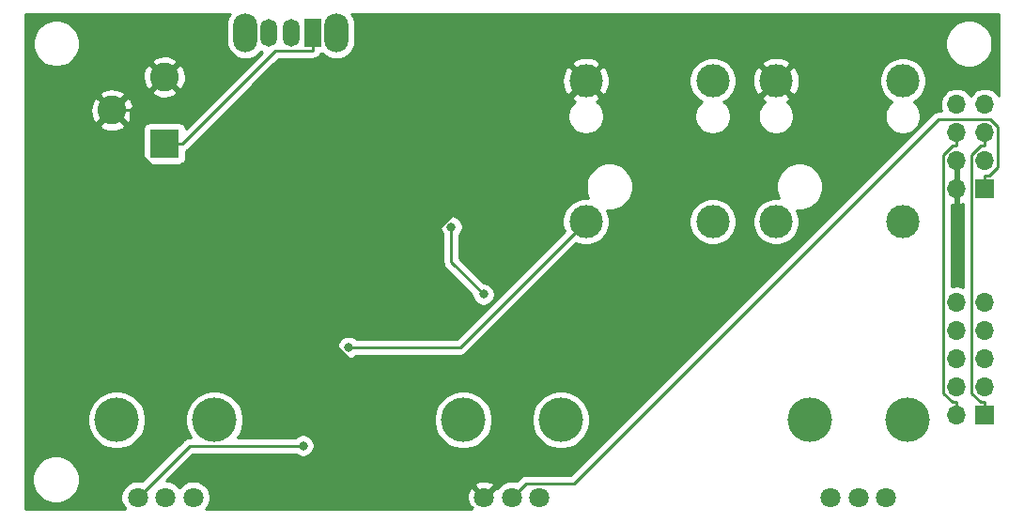
<source format=gbl>
G04 #@! TF.GenerationSoftware,KiCad,Pcbnew,(5.1.4)-1*
G04 #@! TF.CreationDate,2020-06-09T23:55:30+02:00*
G04 #@! TF.ProjectId,talkbox,74616c6b-626f-4782-9e6b-696361645f70,1.0*
G04 #@! TF.SameCoordinates,Original*
G04 #@! TF.FileFunction,Copper,L2,Bot*
G04 #@! TF.FilePolarity,Positive*
%FSLAX46Y46*%
G04 Gerber Fmt 4.6, Leading zero omitted, Abs format (unit mm)*
G04 Created by KiCad (PCBNEW (5.1.4)-1) date 2020-06-09 23:55:30*
%MOMM*%
%LPD*%
G04 APERTURE LIST*
%ADD10C,2.600000*%
%ADD11R,2.600000X2.600000*%
%ADD12O,1.700000X1.700000*%
%ADD13R,1.700000X1.700000*%
%ADD14C,3.000000*%
%ADD15C,4.000000*%
%ADD16C,1.800000*%
%ADD17O,2.200000X3.500000*%
%ADD18O,1.500000X2.500000*%
%ADD19R,1.500000X2.500000*%
%ADD20C,0.800000*%
%ADD21C,0.250000*%
%ADD22C,0.254000*%
G04 APERTURE END LIST*
D10*
X92035900Y-83360000D03*
X96735900Y-80360000D03*
D11*
X96735900Y-86360000D03*
D12*
X168135000Y-100686000D03*
X170675000Y-100686000D03*
X168135000Y-103226000D03*
X170675000Y-103226000D03*
X168135000Y-105766000D03*
X170675000Y-105766000D03*
X168135000Y-108306000D03*
X170675000Y-108306000D03*
X168135000Y-110846000D03*
D13*
X170675000Y-110846000D03*
D14*
X163284000Y-93395800D03*
X163284000Y-80695800D03*
X151854000Y-80695800D03*
X151854000Y-93395800D03*
D12*
X168135000Y-82829400D03*
X170675000Y-82829400D03*
X168135000Y-85369400D03*
X170675000Y-85369400D03*
X168135000Y-87909400D03*
X170675000Y-87909400D03*
X168135000Y-90449400D03*
D13*
X170675000Y-90449400D03*
D15*
X101239400Y-111275000D03*
X92439400Y-111275000D03*
D16*
X99339400Y-118275000D03*
X96839400Y-118275000D03*
X94339400Y-118275000D03*
D15*
X132462000Y-111275000D03*
X123662000Y-111275000D03*
D16*
X130562000Y-118275000D03*
X128062000Y-118275000D03*
X125562000Y-118275000D03*
D15*
X163685000Y-111275000D03*
X154885000Y-111275000D03*
D16*
X161785000Y-118275000D03*
X159285000Y-118275000D03*
X156785000Y-118275000D03*
D17*
X104034000Y-76377800D03*
X112234000Y-76377800D03*
D18*
X106134000Y-76377800D03*
X108134000Y-76377800D03*
D19*
X110134000Y-76377800D03*
D14*
X146152000Y-93395800D03*
X146152000Y-80695800D03*
X134722000Y-80695800D03*
X134722000Y-93395800D03*
D20*
X122602600Y-93878200D03*
X125501900Y-99946900D03*
X113343200Y-104727400D03*
X109234100Y-113606400D03*
X111754100Y-102273300D03*
X116662100Y-108143000D03*
D21*
X125501900Y-99946900D02*
X122602600Y-97047600D01*
X122602600Y-97047600D02*
X122602600Y-93878200D01*
X134722000Y-93395800D02*
X123390400Y-104727400D01*
X123390400Y-104727400D02*
X113343200Y-104727400D01*
X94339400Y-118275000D02*
X99008000Y-113606400D01*
X99008000Y-113606400D02*
X109234100Y-113606400D01*
X168135000Y-110846000D02*
X168135000Y-109670700D01*
X168135000Y-85369400D02*
X168135000Y-86544700D01*
X168135000Y-86544700D02*
X167767700Y-86544700D01*
X167767700Y-86544700D02*
X166959700Y-87352700D01*
X166959700Y-87352700D02*
X166959700Y-108862800D01*
X166959700Y-108862800D02*
X167767600Y-109670700D01*
X167767600Y-109670700D02*
X168135000Y-109670700D01*
X170675000Y-110846000D02*
X170675000Y-109670700D01*
X170675000Y-85369400D02*
X170675000Y-86544700D01*
X170675000Y-86544700D02*
X170307700Y-86544700D01*
X170307700Y-86544700D02*
X169499700Y-87352700D01*
X169499700Y-87352700D02*
X169499700Y-108862800D01*
X169499700Y-108862800D02*
X170307600Y-109670700D01*
X170307600Y-109670700D02*
X170675000Y-109670700D01*
X170675000Y-90449400D02*
X170675000Y-89274100D01*
X128062000Y-118275000D02*
X129340900Y-116996100D01*
X129340900Y-116996100D02*
X133673500Y-116996100D01*
X133673500Y-116996100D02*
X166508700Y-84160900D01*
X166508700Y-84160900D02*
X171130800Y-84160900D01*
X171130800Y-84160900D02*
X171850300Y-84880400D01*
X171850300Y-84880400D02*
X171850300Y-88466200D01*
X171850300Y-88466200D02*
X171042400Y-89274100D01*
X171042400Y-89274100D02*
X170675000Y-89274100D01*
X96735900Y-86360000D02*
X98361200Y-86360000D01*
X110134000Y-76377800D02*
X110134000Y-77953100D01*
X110134000Y-77953100D02*
X106768100Y-77953100D01*
X106768100Y-77953100D02*
X98361200Y-86360000D01*
X111754100Y-102273300D02*
X109575900Y-102273300D01*
X109575900Y-102273300D02*
X93735900Y-86433300D01*
X93735900Y-86433300D02*
X93735900Y-83360000D01*
X93735900Y-83360000D02*
X96735900Y-80360000D01*
X92035900Y-83360000D02*
X93735900Y-83360000D01*
X111754100Y-102273300D02*
X111754100Y-104164000D01*
X111754100Y-104164000D02*
X115733100Y-108143000D01*
X115733100Y-108143000D02*
X116662100Y-108143000D01*
X134722000Y-80695800D02*
X113144500Y-102273300D01*
X113144500Y-102273300D02*
X111754100Y-102273300D01*
X116662100Y-108143000D02*
X116662100Y-109375100D01*
X116662100Y-109375100D02*
X125562000Y-118275000D01*
X168135000Y-90449400D02*
X168135000Y-87909400D01*
D22*
G36*
X102584422Y-74759222D02*
G01*
X102423315Y-75060632D01*
X102324105Y-75387681D01*
X102299000Y-75642575D01*
X102299000Y-77113024D01*
X102324105Y-77367918D01*
X102423314Y-77694967D01*
X102584421Y-77996377D01*
X102801234Y-78260566D01*
X103065422Y-78477379D01*
X103366832Y-78638486D01*
X103693881Y-78737695D01*
X104034000Y-78771194D01*
X104374118Y-78737695D01*
X104701167Y-78638486D01*
X105002577Y-78477379D01*
X105266766Y-78260566D01*
X105424139Y-78068806D01*
X105524140Y-78122258D01*
X98666120Y-84980279D01*
X98661712Y-84935518D01*
X98625402Y-84815820D01*
X98566437Y-84705506D01*
X98487085Y-84608815D01*
X98390394Y-84529463D01*
X98280080Y-84470498D01*
X98160382Y-84434188D01*
X98035900Y-84421928D01*
X95435900Y-84421928D01*
X95311418Y-84434188D01*
X95191720Y-84470498D01*
X95081406Y-84529463D01*
X94984715Y-84608815D01*
X94905363Y-84705506D01*
X94846398Y-84815820D01*
X94810088Y-84935518D01*
X94797828Y-85060000D01*
X94797828Y-87660000D01*
X94810088Y-87784482D01*
X94846398Y-87904180D01*
X94905363Y-88014494D01*
X94984715Y-88111185D01*
X95081406Y-88190537D01*
X95191720Y-88249502D01*
X95311418Y-88285812D01*
X95435900Y-88298072D01*
X98035900Y-88298072D01*
X98160382Y-88285812D01*
X98280080Y-88249502D01*
X98390394Y-88190537D01*
X98487085Y-88111185D01*
X98566437Y-88014494D01*
X98625402Y-87904180D01*
X98661712Y-87784482D01*
X98673972Y-87660000D01*
X98673972Y-87054575D01*
X98785476Y-86994974D01*
X98901201Y-86900001D01*
X98925004Y-86870997D01*
X102061234Y-83734767D01*
X133087000Y-83734767D01*
X133087000Y-84056833D01*
X133149832Y-84372712D01*
X133273082Y-84670263D01*
X133452013Y-84938052D01*
X133679748Y-85165787D01*
X133947537Y-85344718D01*
X134245088Y-85467968D01*
X134560967Y-85530800D01*
X134883033Y-85530800D01*
X135198912Y-85467968D01*
X135496463Y-85344718D01*
X135764252Y-85165787D01*
X135991987Y-84938052D01*
X136170918Y-84670263D01*
X136294168Y-84372712D01*
X136357000Y-84056833D01*
X136357000Y-83734767D01*
X136294168Y-83418888D01*
X136170918Y-83121337D01*
X135991987Y-82853548D01*
X135764252Y-82625813D01*
X135712717Y-82591379D01*
X135878038Y-82503014D01*
X136034048Y-82187453D01*
X134722000Y-80875405D01*
X133409952Y-82187453D01*
X133565962Y-82503014D01*
X133734849Y-82588996D01*
X133679748Y-82625813D01*
X133452013Y-82853548D01*
X133273082Y-83121337D01*
X133149832Y-83418888D01*
X133087000Y-83734767D01*
X102061234Y-83734767D01*
X105057377Y-80738624D01*
X132577098Y-80738624D01*
X132626666Y-81156251D01*
X132756757Y-81556183D01*
X132914786Y-81851838D01*
X133230347Y-82007848D01*
X134542395Y-80695800D01*
X134901605Y-80695800D01*
X136213653Y-82007848D01*
X136529214Y-81851838D01*
X136720020Y-81477055D01*
X136834044Y-81072249D01*
X136866902Y-80652976D01*
X136847027Y-80485521D01*
X144017000Y-80485521D01*
X144017000Y-80906079D01*
X144099047Y-81318556D01*
X144259988Y-81707102D01*
X144493637Y-82056783D01*
X144791017Y-82354163D01*
X145140698Y-82587812D01*
X145156700Y-82594440D01*
X145109748Y-82625813D01*
X144882013Y-82853548D01*
X144703082Y-83121337D01*
X144579832Y-83418888D01*
X144517000Y-83734767D01*
X144517000Y-84056833D01*
X144579832Y-84372712D01*
X144703082Y-84670263D01*
X144882013Y-84938052D01*
X145109748Y-85165787D01*
X145377537Y-85344718D01*
X145675088Y-85467968D01*
X145990967Y-85530800D01*
X146313033Y-85530800D01*
X146628912Y-85467968D01*
X146926463Y-85344718D01*
X147194252Y-85165787D01*
X147421987Y-84938052D01*
X147600918Y-84670263D01*
X147724168Y-84372712D01*
X147787000Y-84056833D01*
X147787000Y-83734767D01*
X150219000Y-83734767D01*
X150219000Y-84056833D01*
X150281832Y-84372712D01*
X150405082Y-84670263D01*
X150584013Y-84938052D01*
X150811748Y-85165787D01*
X151079537Y-85344718D01*
X151377088Y-85467968D01*
X151692967Y-85530800D01*
X152015033Y-85530800D01*
X152330912Y-85467968D01*
X152628463Y-85344718D01*
X152896252Y-85165787D01*
X153123987Y-84938052D01*
X153302918Y-84670263D01*
X153426168Y-84372712D01*
X153489000Y-84056833D01*
X153489000Y-83734767D01*
X153426168Y-83418888D01*
X153302918Y-83121337D01*
X153123987Y-82853548D01*
X152896252Y-82625813D01*
X152844717Y-82591379D01*
X153010038Y-82503014D01*
X153166048Y-82187453D01*
X151854000Y-80875405D01*
X150541952Y-82187453D01*
X150697962Y-82503014D01*
X150866849Y-82588996D01*
X150811748Y-82625813D01*
X150584013Y-82853548D01*
X150405082Y-83121337D01*
X150281832Y-83418888D01*
X150219000Y-83734767D01*
X147787000Y-83734767D01*
X147724168Y-83418888D01*
X147600918Y-83121337D01*
X147421987Y-82853548D01*
X147194252Y-82625813D01*
X147147300Y-82594440D01*
X147163302Y-82587812D01*
X147512983Y-82354163D01*
X147810363Y-82056783D01*
X148044012Y-81707102D01*
X148204953Y-81318556D01*
X148287000Y-80906079D01*
X148287000Y-80738624D01*
X149709098Y-80738624D01*
X149758666Y-81156251D01*
X149888757Y-81556183D01*
X150046786Y-81851838D01*
X150362347Y-82007848D01*
X151674395Y-80695800D01*
X152033605Y-80695800D01*
X153345653Y-82007848D01*
X153661214Y-81851838D01*
X153852020Y-81477055D01*
X153966044Y-81072249D01*
X153998902Y-80652976D01*
X153979027Y-80485521D01*
X161149000Y-80485521D01*
X161149000Y-80906079D01*
X161231047Y-81318556D01*
X161391988Y-81707102D01*
X161625637Y-82056783D01*
X161923017Y-82354163D01*
X162272698Y-82587812D01*
X162288700Y-82594440D01*
X162241748Y-82625813D01*
X162014013Y-82853548D01*
X161835082Y-83121337D01*
X161711832Y-83418888D01*
X161649000Y-83734767D01*
X161649000Y-84056833D01*
X161711832Y-84372712D01*
X161835082Y-84670263D01*
X162014013Y-84938052D01*
X162241748Y-85165787D01*
X162509537Y-85344718D01*
X162807088Y-85467968D01*
X163122967Y-85530800D01*
X163445033Y-85530800D01*
X163760912Y-85467968D01*
X164058463Y-85344718D01*
X164326252Y-85165787D01*
X164553987Y-84938052D01*
X164732918Y-84670263D01*
X164856168Y-84372712D01*
X164919000Y-84056833D01*
X164919000Y-83734767D01*
X164856168Y-83418888D01*
X164732918Y-83121337D01*
X164553987Y-82853548D01*
X164326252Y-82625813D01*
X164279300Y-82594440D01*
X164295302Y-82587812D01*
X164644983Y-82354163D01*
X164942363Y-82056783D01*
X165176012Y-81707102D01*
X165336953Y-81318556D01*
X165419000Y-80906079D01*
X165419000Y-80485521D01*
X165336953Y-80073044D01*
X165176012Y-79684498D01*
X164942363Y-79334817D01*
X164644983Y-79037437D01*
X164295302Y-78803788D01*
X163906756Y-78642847D01*
X163494279Y-78560800D01*
X163073721Y-78560800D01*
X162661244Y-78642847D01*
X162272698Y-78803788D01*
X161923017Y-79037437D01*
X161625637Y-79334817D01*
X161391988Y-79684498D01*
X161231047Y-80073044D01*
X161149000Y-80485521D01*
X153979027Y-80485521D01*
X153949334Y-80235349D01*
X153819243Y-79835417D01*
X153661214Y-79539762D01*
X153345653Y-79383752D01*
X152033605Y-80695800D01*
X151674395Y-80695800D01*
X150362347Y-79383752D01*
X150046786Y-79539762D01*
X149855980Y-79914545D01*
X149741956Y-80319351D01*
X149709098Y-80738624D01*
X148287000Y-80738624D01*
X148287000Y-80485521D01*
X148204953Y-80073044D01*
X148044012Y-79684498D01*
X147810363Y-79334817D01*
X147679693Y-79204147D01*
X150541952Y-79204147D01*
X151854000Y-80516195D01*
X153166048Y-79204147D01*
X153010038Y-78888586D01*
X152635255Y-78697780D01*
X152230449Y-78583756D01*
X151811176Y-78550898D01*
X151393549Y-78600466D01*
X150993617Y-78730557D01*
X150697962Y-78888586D01*
X150541952Y-79204147D01*
X147679693Y-79204147D01*
X147512983Y-79037437D01*
X147163302Y-78803788D01*
X146774756Y-78642847D01*
X146362279Y-78560800D01*
X145941721Y-78560800D01*
X145529244Y-78642847D01*
X145140698Y-78803788D01*
X144791017Y-79037437D01*
X144493637Y-79334817D01*
X144259988Y-79684498D01*
X144099047Y-80073044D01*
X144017000Y-80485521D01*
X136847027Y-80485521D01*
X136817334Y-80235349D01*
X136687243Y-79835417D01*
X136529214Y-79539762D01*
X136213653Y-79383752D01*
X134901605Y-80695800D01*
X134542395Y-80695800D01*
X133230347Y-79383752D01*
X132914786Y-79539762D01*
X132723980Y-79914545D01*
X132609956Y-80319351D01*
X132577098Y-80738624D01*
X105057377Y-80738624D01*
X106591854Y-79204147D01*
X133409952Y-79204147D01*
X134722000Y-80516195D01*
X136034048Y-79204147D01*
X135878038Y-78888586D01*
X135503255Y-78697780D01*
X135098449Y-78583756D01*
X134679176Y-78550898D01*
X134261549Y-78600466D01*
X133861617Y-78730557D01*
X133565962Y-78888586D01*
X133409952Y-79204147D01*
X106591854Y-79204147D01*
X107082902Y-78713100D01*
X110096667Y-78713100D01*
X110134000Y-78716777D01*
X110282986Y-78702103D01*
X110426247Y-78658646D01*
X110558276Y-78588074D01*
X110674001Y-78493101D01*
X110768974Y-78377376D01*
X110828575Y-78265872D01*
X110884000Y-78265872D01*
X110996496Y-78254792D01*
X111001234Y-78260566D01*
X111265422Y-78477379D01*
X111566832Y-78638486D01*
X111893881Y-78737695D01*
X112234000Y-78771194D01*
X112574118Y-78737695D01*
X112901167Y-78638486D01*
X113202577Y-78477379D01*
X113466766Y-78260566D01*
X113683579Y-77996378D01*
X113844686Y-77694968D01*
X113943895Y-77367919D01*
X113965809Y-77145421D01*
X167105000Y-77145421D01*
X167105000Y-77565979D01*
X167187047Y-77978456D01*
X167347988Y-78367002D01*
X167581637Y-78716683D01*
X167879017Y-79014063D01*
X168228698Y-79247712D01*
X168617244Y-79408653D01*
X169029721Y-79490700D01*
X169450279Y-79490700D01*
X169862756Y-79408653D01*
X170251302Y-79247712D01*
X170600983Y-79014063D01*
X170898363Y-78716683D01*
X171132012Y-78367002D01*
X171292953Y-77978456D01*
X171375000Y-77565979D01*
X171375000Y-77145421D01*
X171292953Y-76732944D01*
X171132012Y-76344398D01*
X170898363Y-75994717D01*
X170600983Y-75697337D01*
X170251302Y-75463688D01*
X169862756Y-75302747D01*
X169450279Y-75220700D01*
X169029721Y-75220700D01*
X168617244Y-75302747D01*
X168228698Y-75463688D01*
X167879017Y-75697337D01*
X167581637Y-75994717D01*
X167347988Y-76344398D01*
X167187047Y-76732944D01*
X167105000Y-77145421D01*
X113965809Y-77145421D01*
X113969000Y-77113025D01*
X113969000Y-75642575D01*
X113943895Y-75387681D01*
X113844686Y-75060632D01*
X113683579Y-74759222D01*
X113594107Y-74650200D01*
X171933000Y-74650200D01*
X171933000Y-82032741D01*
X171915706Y-82000386D01*
X171730134Y-81774266D01*
X171504014Y-81588694D01*
X171246034Y-81450801D01*
X170966111Y-81365887D01*
X170747950Y-81344400D01*
X170602050Y-81344400D01*
X170383889Y-81365887D01*
X170103966Y-81450801D01*
X169845986Y-81588694D01*
X169619866Y-81774266D01*
X169434294Y-82000386D01*
X169405000Y-82055191D01*
X169375706Y-82000386D01*
X169190134Y-81774266D01*
X168964014Y-81588694D01*
X168706034Y-81450801D01*
X168426111Y-81365887D01*
X168207950Y-81344400D01*
X168062050Y-81344400D01*
X167843889Y-81365887D01*
X167563966Y-81450801D01*
X167305986Y-81588694D01*
X167079866Y-81774266D01*
X166894294Y-82000386D01*
X166756401Y-82258366D01*
X166671487Y-82538289D01*
X166642815Y-82829400D01*
X166671487Y-83120511D01*
X166756401Y-83400434D01*
X166756650Y-83400900D01*
X166546022Y-83400900D01*
X166508699Y-83397224D01*
X166471376Y-83400900D01*
X166471367Y-83400900D01*
X166359714Y-83411897D01*
X166216453Y-83455354D01*
X166084424Y-83525926D01*
X165968699Y-83620899D01*
X165944901Y-83649897D01*
X133358699Y-116236100D01*
X129378225Y-116236100D01*
X129340900Y-116232424D01*
X129303575Y-116236100D01*
X129303567Y-116236100D01*
X129191914Y-116247097D01*
X129048653Y-116290554D01*
X128916624Y-116361126D01*
X128800899Y-116456099D01*
X128777101Y-116485097D01*
X128470930Y-116791269D01*
X128213184Y-116740000D01*
X127910816Y-116740000D01*
X127614257Y-116798989D01*
X127334905Y-116914701D01*
X127083495Y-117082688D01*
X126869688Y-117296495D01*
X126774262Y-117439310D01*
X126626080Y-117390525D01*
X125741605Y-118275000D01*
X125755748Y-118289143D01*
X125576143Y-118468748D01*
X125562000Y-118454605D01*
X125547858Y-118468748D01*
X125368253Y-118289143D01*
X125382395Y-118275000D01*
X124497920Y-117390525D01*
X124243739Y-117474208D01*
X124112842Y-117746775D01*
X124037635Y-118039642D01*
X124021009Y-118341553D01*
X124063603Y-118640907D01*
X124163778Y-118926199D01*
X124243739Y-119075792D01*
X124497918Y-119159474D01*
X124381970Y-119275422D01*
X124436148Y-119329600D01*
X100455617Y-119329600D01*
X100531712Y-119253505D01*
X100699699Y-119002095D01*
X100815411Y-118722743D01*
X100874400Y-118426184D01*
X100874400Y-118123816D01*
X100815411Y-117827257D01*
X100699699Y-117547905D01*
X100531712Y-117296495D01*
X100446137Y-117210920D01*
X124677525Y-117210920D01*
X125562000Y-118095395D01*
X126446475Y-117210920D01*
X126362792Y-116956739D01*
X126090225Y-116825842D01*
X125797358Y-116750635D01*
X125495447Y-116734009D01*
X125196093Y-116776603D01*
X124910801Y-116876778D01*
X124761208Y-116956739D01*
X124677525Y-117210920D01*
X100446137Y-117210920D01*
X100317905Y-117082688D01*
X100066495Y-116914701D01*
X99787143Y-116798989D01*
X99490584Y-116740000D01*
X99188216Y-116740000D01*
X98891657Y-116798989D01*
X98612305Y-116914701D01*
X98360895Y-117082688D01*
X98147088Y-117296495D01*
X98089400Y-117382831D01*
X98031712Y-117296495D01*
X97817905Y-117082688D01*
X97566495Y-116914701D01*
X97287143Y-116798989D01*
X96990584Y-116740000D01*
X96949202Y-116740000D01*
X99322803Y-114366400D01*
X108530389Y-114366400D01*
X108574326Y-114410337D01*
X108743844Y-114523605D01*
X108932202Y-114601626D01*
X109132161Y-114641400D01*
X109336039Y-114641400D01*
X109535998Y-114601626D01*
X109724356Y-114523605D01*
X109893874Y-114410337D01*
X110038037Y-114266174D01*
X110151305Y-114096656D01*
X110229326Y-113908298D01*
X110269100Y-113708339D01*
X110269100Y-113504461D01*
X110229326Y-113304502D01*
X110151305Y-113116144D01*
X110038037Y-112946626D01*
X109893874Y-112802463D01*
X109724356Y-112689195D01*
X109535998Y-112611174D01*
X109336039Y-112571400D01*
X109132161Y-112571400D01*
X108932202Y-112611174D01*
X108743844Y-112689195D01*
X108574326Y-112802463D01*
X108530389Y-112846400D01*
X103358512Y-112846400D01*
X103574507Y-112523141D01*
X103773139Y-112043601D01*
X103874400Y-111534525D01*
X103874400Y-111015475D01*
X121027000Y-111015475D01*
X121027000Y-111534525D01*
X121128261Y-112043601D01*
X121326893Y-112523141D01*
X121615262Y-112954715D01*
X121982285Y-113321738D01*
X122413859Y-113610107D01*
X122893399Y-113808739D01*
X123402475Y-113910000D01*
X123921525Y-113910000D01*
X124430601Y-113808739D01*
X124910141Y-113610107D01*
X125341715Y-113321738D01*
X125708738Y-112954715D01*
X125997107Y-112523141D01*
X126195739Y-112043601D01*
X126297000Y-111534525D01*
X126297000Y-111015475D01*
X129827000Y-111015475D01*
X129827000Y-111534525D01*
X129928261Y-112043601D01*
X130126893Y-112523141D01*
X130415262Y-112954715D01*
X130782285Y-113321738D01*
X131213859Y-113610107D01*
X131693399Y-113808739D01*
X132202475Y-113910000D01*
X132721525Y-113910000D01*
X133230601Y-113808739D01*
X133710141Y-113610107D01*
X134141715Y-113321738D01*
X134508738Y-112954715D01*
X134797107Y-112523141D01*
X134995739Y-112043601D01*
X135097000Y-111534525D01*
X135097000Y-111015475D01*
X134995739Y-110506399D01*
X134797107Y-110026859D01*
X134508738Y-109595285D01*
X134141715Y-109228262D01*
X133710141Y-108939893D01*
X133230601Y-108741261D01*
X132721525Y-108640000D01*
X132202475Y-108640000D01*
X131693399Y-108741261D01*
X131213859Y-108939893D01*
X130782285Y-109228262D01*
X130415262Y-109595285D01*
X130126893Y-110026859D01*
X129928261Y-110506399D01*
X129827000Y-111015475D01*
X126297000Y-111015475D01*
X126195739Y-110506399D01*
X125997107Y-110026859D01*
X125708738Y-109595285D01*
X125341715Y-109228262D01*
X124910141Y-108939893D01*
X124430601Y-108741261D01*
X123921525Y-108640000D01*
X123402475Y-108640000D01*
X122893399Y-108741261D01*
X122413859Y-108939893D01*
X121982285Y-109228262D01*
X121615262Y-109595285D01*
X121326893Y-110026859D01*
X121128261Y-110506399D01*
X121027000Y-111015475D01*
X103874400Y-111015475D01*
X103773139Y-110506399D01*
X103574507Y-110026859D01*
X103286138Y-109595285D01*
X102919115Y-109228262D01*
X102487541Y-108939893D01*
X102008001Y-108741261D01*
X101498925Y-108640000D01*
X100979875Y-108640000D01*
X100470799Y-108741261D01*
X99991259Y-108939893D01*
X99559685Y-109228262D01*
X99192662Y-109595285D01*
X98904293Y-110026859D01*
X98705661Y-110506399D01*
X98604400Y-111015475D01*
X98604400Y-111534525D01*
X98705661Y-112043601D01*
X98904293Y-112523141D01*
X99120288Y-112846400D01*
X99045322Y-112846400D01*
X99007999Y-112842724D01*
X98970676Y-112846400D01*
X98970667Y-112846400D01*
X98859014Y-112857397D01*
X98715753Y-112900854D01*
X98583724Y-112971426D01*
X98583722Y-112971427D01*
X98583723Y-112971427D01*
X98496996Y-113042601D01*
X98496992Y-113042605D01*
X98467999Y-113066399D01*
X98444205Y-113095392D01*
X94748330Y-116791269D01*
X94490584Y-116740000D01*
X94188216Y-116740000D01*
X93891657Y-116798989D01*
X93612305Y-116914701D01*
X93360895Y-117082688D01*
X93147088Y-117296495D01*
X92979101Y-117547905D01*
X92863389Y-117827257D01*
X92804400Y-118123816D01*
X92804400Y-118426184D01*
X92863389Y-118722743D01*
X92979101Y-119002095D01*
X93147088Y-119253505D01*
X93223183Y-119329600D01*
X84251400Y-119329600D01*
X84251400Y-116439721D01*
X84821900Y-116439721D01*
X84821900Y-116860279D01*
X84903947Y-117272756D01*
X85064888Y-117661302D01*
X85298537Y-118010983D01*
X85595917Y-118308363D01*
X85945598Y-118542012D01*
X86334144Y-118702953D01*
X86746621Y-118785000D01*
X87167179Y-118785000D01*
X87579656Y-118702953D01*
X87968202Y-118542012D01*
X88317883Y-118308363D01*
X88615263Y-118010983D01*
X88848912Y-117661302D01*
X89009853Y-117272756D01*
X89091900Y-116860279D01*
X89091900Y-116439721D01*
X89009853Y-116027244D01*
X88848912Y-115638698D01*
X88615263Y-115289017D01*
X88317883Y-114991637D01*
X87968202Y-114757988D01*
X87579656Y-114597047D01*
X87167179Y-114515000D01*
X86746621Y-114515000D01*
X86334144Y-114597047D01*
X85945598Y-114757988D01*
X85595917Y-114991637D01*
X85298537Y-115289017D01*
X85064888Y-115638698D01*
X84903947Y-116027244D01*
X84821900Y-116439721D01*
X84251400Y-116439721D01*
X84251400Y-111015475D01*
X89804400Y-111015475D01*
X89804400Y-111534525D01*
X89905661Y-112043601D01*
X90104293Y-112523141D01*
X90392662Y-112954715D01*
X90759685Y-113321738D01*
X91191259Y-113610107D01*
X91670799Y-113808739D01*
X92179875Y-113910000D01*
X92698925Y-113910000D01*
X93208001Y-113808739D01*
X93687541Y-113610107D01*
X94119115Y-113321738D01*
X94486138Y-112954715D01*
X94774507Y-112523141D01*
X94973139Y-112043601D01*
X95074400Y-111534525D01*
X95074400Y-111015475D01*
X94973139Y-110506399D01*
X94774507Y-110026859D01*
X94486138Y-109595285D01*
X94119115Y-109228262D01*
X93687541Y-108939893D01*
X93208001Y-108741261D01*
X92698925Y-108640000D01*
X92179875Y-108640000D01*
X91670799Y-108741261D01*
X91191259Y-108939893D01*
X90759685Y-109228262D01*
X90392662Y-109595285D01*
X90104293Y-110026859D01*
X89905661Y-110506399D01*
X89804400Y-111015475D01*
X84251400Y-111015475D01*
X84251400Y-104625461D01*
X112308200Y-104625461D01*
X112308200Y-104829339D01*
X112347974Y-105029298D01*
X112425995Y-105217656D01*
X112539263Y-105387174D01*
X112683426Y-105531337D01*
X112852944Y-105644605D01*
X113041302Y-105722626D01*
X113241261Y-105762400D01*
X113445139Y-105762400D01*
X113645098Y-105722626D01*
X113833456Y-105644605D01*
X114002974Y-105531337D01*
X114046911Y-105487400D01*
X123353078Y-105487400D01*
X123390400Y-105491076D01*
X123427722Y-105487400D01*
X123427733Y-105487400D01*
X123539386Y-105476403D01*
X123682647Y-105432946D01*
X123814676Y-105362374D01*
X123930401Y-105267401D01*
X123954204Y-105238397D01*
X133847942Y-95344660D01*
X134099244Y-95448753D01*
X134511721Y-95530800D01*
X134932279Y-95530800D01*
X135344756Y-95448753D01*
X135733302Y-95287812D01*
X136082983Y-95054163D01*
X136380363Y-94756783D01*
X136614012Y-94407102D01*
X136774953Y-94018556D01*
X136857000Y-93606079D01*
X136857000Y-93185521D01*
X144017000Y-93185521D01*
X144017000Y-93606079D01*
X144099047Y-94018556D01*
X144259988Y-94407102D01*
X144493637Y-94756783D01*
X144791017Y-95054163D01*
X145140698Y-95287812D01*
X145529244Y-95448753D01*
X145941721Y-95530800D01*
X146362279Y-95530800D01*
X146774756Y-95448753D01*
X147163302Y-95287812D01*
X147512983Y-95054163D01*
X147810363Y-94756783D01*
X148044012Y-94407102D01*
X148204953Y-94018556D01*
X148287000Y-93606079D01*
X148287000Y-93185521D01*
X149719000Y-93185521D01*
X149719000Y-93606079D01*
X149801047Y-94018556D01*
X149961988Y-94407102D01*
X150195637Y-94756783D01*
X150493017Y-95054163D01*
X150842698Y-95287812D01*
X151231244Y-95448753D01*
X151643721Y-95530800D01*
X152064279Y-95530800D01*
X152476756Y-95448753D01*
X152865302Y-95287812D01*
X153214983Y-95054163D01*
X153512363Y-94756783D01*
X153746012Y-94407102D01*
X153906953Y-94018556D01*
X153989000Y-93606079D01*
X153989000Y-93185521D01*
X153906953Y-92773044D01*
X153746012Y-92384498D01*
X153738915Y-92373877D01*
X153773721Y-92380800D01*
X154194279Y-92380800D01*
X154606756Y-92298753D01*
X154995302Y-92137812D01*
X155344983Y-91904163D01*
X155642363Y-91606783D01*
X155876012Y-91257102D01*
X156036953Y-90868556D01*
X156119000Y-90456079D01*
X156119000Y-90035521D01*
X156036953Y-89623044D01*
X155876012Y-89234498D01*
X155642363Y-88884817D01*
X155344983Y-88587437D01*
X154995302Y-88353788D01*
X154606756Y-88192847D01*
X154194279Y-88110800D01*
X153773721Y-88110800D01*
X153361244Y-88192847D01*
X152972698Y-88353788D01*
X152623017Y-88587437D01*
X152325637Y-88884817D01*
X152091988Y-89234498D01*
X151931047Y-89623044D01*
X151849000Y-90035521D01*
X151849000Y-90456079D01*
X151931047Y-90868556D01*
X152091988Y-91257102D01*
X152099085Y-91267723D01*
X152064279Y-91260800D01*
X151643721Y-91260800D01*
X151231244Y-91342847D01*
X150842698Y-91503788D01*
X150493017Y-91737437D01*
X150195637Y-92034817D01*
X149961988Y-92384498D01*
X149801047Y-92773044D01*
X149719000Y-93185521D01*
X148287000Y-93185521D01*
X148204953Y-92773044D01*
X148044012Y-92384498D01*
X147810363Y-92034817D01*
X147512983Y-91737437D01*
X147163302Y-91503788D01*
X146774756Y-91342847D01*
X146362279Y-91260800D01*
X145941721Y-91260800D01*
X145529244Y-91342847D01*
X145140698Y-91503788D01*
X144791017Y-91737437D01*
X144493637Y-92034817D01*
X144259988Y-92384498D01*
X144099047Y-92773044D01*
X144017000Y-93185521D01*
X136857000Y-93185521D01*
X136774953Y-92773044D01*
X136614012Y-92384498D01*
X136606915Y-92373877D01*
X136641721Y-92380800D01*
X137062279Y-92380800D01*
X137474756Y-92298753D01*
X137863302Y-92137812D01*
X138212983Y-91904163D01*
X138510363Y-91606783D01*
X138744012Y-91257102D01*
X138904953Y-90868556D01*
X138987000Y-90456079D01*
X138987000Y-90035521D01*
X138904953Y-89623044D01*
X138744012Y-89234498D01*
X138510363Y-88884817D01*
X138212983Y-88587437D01*
X137863302Y-88353788D01*
X137474756Y-88192847D01*
X137062279Y-88110800D01*
X136641721Y-88110800D01*
X136229244Y-88192847D01*
X135840698Y-88353788D01*
X135491017Y-88587437D01*
X135193637Y-88884817D01*
X134959988Y-89234498D01*
X134799047Y-89623044D01*
X134717000Y-90035521D01*
X134717000Y-90456079D01*
X134799047Y-90868556D01*
X134959988Y-91257102D01*
X134967085Y-91267723D01*
X134932279Y-91260800D01*
X134511721Y-91260800D01*
X134099244Y-91342847D01*
X133710698Y-91503788D01*
X133361017Y-91737437D01*
X133063637Y-92034817D01*
X132829988Y-92384498D01*
X132669047Y-92773044D01*
X132587000Y-93185521D01*
X132587000Y-93606079D01*
X132669047Y-94018556D01*
X132773140Y-94269858D01*
X123075599Y-103967400D01*
X114046911Y-103967400D01*
X114002974Y-103923463D01*
X113833456Y-103810195D01*
X113645098Y-103732174D01*
X113445139Y-103692400D01*
X113241261Y-103692400D01*
X113041302Y-103732174D01*
X112852944Y-103810195D01*
X112683426Y-103923463D01*
X112539263Y-104067626D01*
X112425995Y-104237144D01*
X112347974Y-104425502D01*
X112308200Y-104625461D01*
X84251400Y-104625461D01*
X84251400Y-93776261D01*
X121567600Y-93776261D01*
X121567600Y-93980139D01*
X121607374Y-94180098D01*
X121685395Y-94368456D01*
X121798663Y-94537974D01*
X121842601Y-94581912D01*
X121842600Y-97010277D01*
X121838924Y-97047600D01*
X121842600Y-97084922D01*
X121842600Y-97084932D01*
X121853597Y-97196585D01*
X121897054Y-97339846D01*
X121967626Y-97471876D01*
X122007471Y-97520426D01*
X122062599Y-97587601D01*
X122091603Y-97611404D01*
X124466900Y-99986703D01*
X124466900Y-100048839D01*
X124506674Y-100248798D01*
X124584695Y-100437156D01*
X124697963Y-100606674D01*
X124842126Y-100750837D01*
X125011644Y-100864105D01*
X125200002Y-100942126D01*
X125399961Y-100981900D01*
X125603839Y-100981900D01*
X125803798Y-100942126D01*
X125992156Y-100864105D01*
X126161674Y-100750837D01*
X126305837Y-100606674D01*
X126419105Y-100437156D01*
X126497126Y-100248798D01*
X126536900Y-100048839D01*
X126536900Y-99844961D01*
X126497126Y-99645002D01*
X126419105Y-99456644D01*
X126305837Y-99287126D01*
X126161674Y-99142963D01*
X125992156Y-99029695D01*
X125803798Y-98951674D01*
X125603839Y-98911900D01*
X125541703Y-98911900D01*
X123362600Y-96732799D01*
X123362600Y-94581911D01*
X123406537Y-94537974D01*
X123519805Y-94368456D01*
X123597826Y-94180098D01*
X123637600Y-93980139D01*
X123637600Y-93776261D01*
X123597826Y-93576302D01*
X123519805Y-93387944D01*
X123406537Y-93218426D01*
X123262374Y-93074263D01*
X123092856Y-92960995D01*
X122904498Y-92882974D01*
X122704539Y-92843200D01*
X122500661Y-92843200D01*
X122300702Y-92882974D01*
X122112344Y-92960995D01*
X121942826Y-93074263D01*
X121798663Y-93218426D01*
X121685395Y-93387944D01*
X121607374Y-93576302D01*
X121567600Y-93776261D01*
X84251400Y-93776261D01*
X84251400Y-84709224D01*
X90866281Y-84709224D01*
X90998217Y-85004312D01*
X91338945Y-85175159D01*
X91706457Y-85276250D01*
X92086629Y-85303701D01*
X92464851Y-85256457D01*
X92826590Y-85136333D01*
X93073583Y-85004312D01*
X93205519Y-84709224D01*
X92035900Y-83539605D01*
X90866281Y-84709224D01*
X84251400Y-84709224D01*
X84251400Y-83410729D01*
X90092199Y-83410729D01*
X90139443Y-83788951D01*
X90259567Y-84150690D01*
X90391588Y-84397683D01*
X90686676Y-84529619D01*
X91856295Y-83360000D01*
X92215505Y-83360000D01*
X93385124Y-84529619D01*
X93680212Y-84397683D01*
X93851059Y-84056955D01*
X93952150Y-83689443D01*
X93979601Y-83309271D01*
X93932357Y-82931049D01*
X93812233Y-82569310D01*
X93680212Y-82322317D01*
X93385124Y-82190381D01*
X92215505Y-83360000D01*
X91856295Y-83360000D01*
X90686676Y-82190381D01*
X90391588Y-82322317D01*
X90220741Y-82663045D01*
X90119650Y-83030557D01*
X90092199Y-83410729D01*
X84251400Y-83410729D01*
X84251400Y-82010776D01*
X90866281Y-82010776D01*
X92035900Y-83180395D01*
X93205519Y-82010776D01*
X93073583Y-81715688D01*
X93060692Y-81709224D01*
X95566281Y-81709224D01*
X95698217Y-82004312D01*
X96038945Y-82175159D01*
X96406457Y-82276250D01*
X96786629Y-82303701D01*
X97164851Y-82256457D01*
X97526590Y-82136333D01*
X97773583Y-82004312D01*
X97905519Y-81709224D01*
X96735900Y-80539605D01*
X95566281Y-81709224D01*
X93060692Y-81709224D01*
X92732855Y-81544841D01*
X92365343Y-81443750D01*
X91985171Y-81416299D01*
X91606949Y-81463543D01*
X91245210Y-81583667D01*
X90998217Y-81715688D01*
X90866281Y-82010776D01*
X84251400Y-82010776D01*
X84251400Y-80410729D01*
X94792199Y-80410729D01*
X94839443Y-80788951D01*
X94959567Y-81150690D01*
X95091588Y-81397683D01*
X95386676Y-81529619D01*
X96556295Y-80360000D01*
X96915505Y-80360000D01*
X98085124Y-81529619D01*
X98380212Y-81397683D01*
X98551059Y-81056955D01*
X98652150Y-80689443D01*
X98679601Y-80309271D01*
X98632357Y-79931049D01*
X98512233Y-79569310D01*
X98380212Y-79322317D01*
X98085124Y-79190381D01*
X96915505Y-80360000D01*
X96556295Y-80360000D01*
X95386676Y-79190381D01*
X95091588Y-79322317D01*
X94920741Y-79663045D01*
X94819650Y-80030557D01*
X94792199Y-80410729D01*
X84251400Y-80410729D01*
X84251400Y-77120021D01*
X84860000Y-77120021D01*
X84860000Y-77540579D01*
X84942047Y-77953056D01*
X85102988Y-78341602D01*
X85336637Y-78691283D01*
X85634017Y-78988663D01*
X85983698Y-79222312D01*
X86372244Y-79383253D01*
X86784721Y-79465300D01*
X87205279Y-79465300D01*
X87617756Y-79383253D01*
X88006302Y-79222312D01*
X88322888Y-79010776D01*
X95566281Y-79010776D01*
X96735900Y-80180395D01*
X97905519Y-79010776D01*
X97773583Y-78715688D01*
X97432855Y-78544841D01*
X97065343Y-78443750D01*
X96685171Y-78416299D01*
X96306949Y-78463543D01*
X95945210Y-78583667D01*
X95698217Y-78715688D01*
X95566281Y-79010776D01*
X88322888Y-79010776D01*
X88355983Y-78988663D01*
X88653363Y-78691283D01*
X88887012Y-78341602D01*
X89047953Y-77953056D01*
X89130000Y-77540579D01*
X89130000Y-77120021D01*
X89047953Y-76707544D01*
X88887012Y-76318998D01*
X88653363Y-75969317D01*
X88355983Y-75671937D01*
X88006302Y-75438288D01*
X87617756Y-75277347D01*
X87205279Y-75195300D01*
X86784721Y-75195300D01*
X86372244Y-75277347D01*
X85983698Y-75438288D01*
X85634017Y-75671937D01*
X85336637Y-75969317D01*
X85102988Y-76318998D01*
X84942047Y-76707544D01*
X84860000Y-77120021D01*
X84251400Y-77120021D01*
X84251400Y-74650200D01*
X102673894Y-74650200D01*
X102584422Y-74759222D01*
X102584422Y-74759222D01*
G37*
X102584422Y-74759222D02*
X102423315Y-75060632D01*
X102324105Y-75387681D01*
X102299000Y-75642575D01*
X102299000Y-77113024D01*
X102324105Y-77367918D01*
X102423314Y-77694967D01*
X102584421Y-77996377D01*
X102801234Y-78260566D01*
X103065422Y-78477379D01*
X103366832Y-78638486D01*
X103693881Y-78737695D01*
X104034000Y-78771194D01*
X104374118Y-78737695D01*
X104701167Y-78638486D01*
X105002577Y-78477379D01*
X105266766Y-78260566D01*
X105424139Y-78068806D01*
X105524140Y-78122258D01*
X98666120Y-84980279D01*
X98661712Y-84935518D01*
X98625402Y-84815820D01*
X98566437Y-84705506D01*
X98487085Y-84608815D01*
X98390394Y-84529463D01*
X98280080Y-84470498D01*
X98160382Y-84434188D01*
X98035900Y-84421928D01*
X95435900Y-84421928D01*
X95311418Y-84434188D01*
X95191720Y-84470498D01*
X95081406Y-84529463D01*
X94984715Y-84608815D01*
X94905363Y-84705506D01*
X94846398Y-84815820D01*
X94810088Y-84935518D01*
X94797828Y-85060000D01*
X94797828Y-87660000D01*
X94810088Y-87784482D01*
X94846398Y-87904180D01*
X94905363Y-88014494D01*
X94984715Y-88111185D01*
X95081406Y-88190537D01*
X95191720Y-88249502D01*
X95311418Y-88285812D01*
X95435900Y-88298072D01*
X98035900Y-88298072D01*
X98160382Y-88285812D01*
X98280080Y-88249502D01*
X98390394Y-88190537D01*
X98487085Y-88111185D01*
X98566437Y-88014494D01*
X98625402Y-87904180D01*
X98661712Y-87784482D01*
X98673972Y-87660000D01*
X98673972Y-87054575D01*
X98785476Y-86994974D01*
X98901201Y-86900001D01*
X98925004Y-86870997D01*
X102061234Y-83734767D01*
X133087000Y-83734767D01*
X133087000Y-84056833D01*
X133149832Y-84372712D01*
X133273082Y-84670263D01*
X133452013Y-84938052D01*
X133679748Y-85165787D01*
X133947537Y-85344718D01*
X134245088Y-85467968D01*
X134560967Y-85530800D01*
X134883033Y-85530800D01*
X135198912Y-85467968D01*
X135496463Y-85344718D01*
X135764252Y-85165787D01*
X135991987Y-84938052D01*
X136170918Y-84670263D01*
X136294168Y-84372712D01*
X136357000Y-84056833D01*
X136357000Y-83734767D01*
X136294168Y-83418888D01*
X136170918Y-83121337D01*
X135991987Y-82853548D01*
X135764252Y-82625813D01*
X135712717Y-82591379D01*
X135878038Y-82503014D01*
X136034048Y-82187453D01*
X134722000Y-80875405D01*
X133409952Y-82187453D01*
X133565962Y-82503014D01*
X133734849Y-82588996D01*
X133679748Y-82625813D01*
X133452013Y-82853548D01*
X133273082Y-83121337D01*
X133149832Y-83418888D01*
X133087000Y-83734767D01*
X102061234Y-83734767D01*
X105057377Y-80738624D01*
X132577098Y-80738624D01*
X132626666Y-81156251D01*
X132756757Y-81556183D01*
X132914786Y-81851838D01*
X133230347Y-82007848D01*
X134542395Y-80695800D01*
X134901605Y-80695800D01*
X136213653Y-82007848D01*
X136529214Y-81851838D01*
X136720020Y-81477055D01*
X136834044Y-81072249D01*
X136866902Y-80652976D01*
X136847027Y-80485521D01*
X144017000Y-80485521D01*
X144017000Y-80906079D01*
X144099047Y-81318556D01*
X144259988Y-81707102D01*
X144493637Y-82056783D01*
X144791017Y-82354163D01*
X145140698Y-82587812D01*
X145156700Y-82594440D01*
X145109748Y-82625813D01*
X144882013Y-82853548D01*
X144703082Y-83121337D01*
X144579832Y-83418888D01*
X144517000Y-83734767D01*
X144517000Y-84056833D01*
X144579832Y-84372712D01*
X144703082Y-84670263D01*
X144882013Y-84938052D01*
X145109748Y-85165787D01*
X145377537Y-85344718D01*
X145675088Y-85467968D01*
X145990967Y-85530800D01*
X146313033Y-85530800D01*
X146628912Y-85467968D01*
X146926463Y-85344718D01*
X147194252Y-85165787D01*
X147421987Y-84938052D01*
X147600918Y-84670263D01*
X147724168Y-84372712D01*
X147787000Y-84056833D01*
X147787000Y-83734767D01*
X150219000Y-83734767D01*
X150219000Y-84056833D01*
X150281832Y-84372712D01*
X150405082Y-84670263D01*
X150584013Y-84938052D01*
X150811748Y-85165787D01*
X151079537Y-85344718D01*
X151377088Y-85467968D01*
X151692967Y-85530800D01*
X152015033Y-85530800D01*
X152330912Y-85467968D01*
X152628463Y-85344718D01*
X152896252Y-85165787D01*
X153123987Y-84938052D01*
X153302918Y-84670263D01*
X153426168Y-84372712D01*
X153489000Y-84056833D01*
X153489000Y-83734767D01*
X153426168Y-83418888D01*
X153302918Y-83121337D01*
X153123987Y-82853548D01*
X152896252Y-82625813D01*
X152844717Y-82591379D01*
X153010038Y-82503014D01*
X153166048Y-82187453D01*
X151854000Y-80875405D01*
X150541952Y-82187453D01*
X150697962Y-82503014D01*
X150866849Y-82588996D01*
X150811748Y-82625813D01*
X150584013Y-82853548D01*
X150405082Y-83121337D01*
X150281832Y-83418888D01*
X150219000Y-83734767D01*
X147787000Y-83734767D01*
X147724168Y-83418888D01*
X147600918Y-83121337D01*
X147421987Y-82853548D01*
X147194252Y-82625813D01*
X147147300Y-82594440D01*
X147163302Y-82587812D01*
X147512983Y-82354163D01*
X147810363Y-82056783D01*
X148044012Y-81707102D01*
X148204953Y-81318556D01*
X148287000Y-80906079D01*
X148287000Y-80738624D01*
X149709098Y-80738624D01*
X149758666Y-81156251D01*
X149888757Y-81556183D01*
X150046786Y-81851838D01*
X150362347Y-82007848D01*
X151674395Y-80695800D01*
X152033605Y-80695800D01*
X153345653Y-82007848D01*
X153661214Y-81851838D01*
X153852020Y-81477055D01*
X153966044Y-81072249D01*
X153998902Y-80652976D01*
X153979027Y-80485521D01*
X161149000Y-80485521D01*
X161149000Y-80906079D01*
X161231047Y-81318556D01*
X161391988Y-81707102D01*
X161625637Y-82056783D01*
X161923017Y-82354163D01*
X162272698Y-82587812D01*
X162288700Y-82594440D01*
X162241748Y-82625813D01*
X162014013Y-82853548D01*
X161835082Y-83121337D01*
X161711832Y-83418888D01*
X161649000Y-83734767D01*
X161649000Y-84056833D01*
X161711832Y-84372712D01*
X161835082Y-84670263D01*
X162014013Y-84938052D01*
X162241748Y-85165787D01*
X162509537Y-85344718D01*
X162807088Y-85467968D01*
X163122967Y-85530800D01*
X163445033Y-85530800D01*
X163760912Y-85467968D01*
X164058463Y-85344718D01*
X164326252Y-85165787D01*
X164553987Y-84938052D01*
X164732918Y-84670263D01*
X164856168Y-84372712D01*
X164919000Y-84056833D01*
X164919000Y-83734767D01*
X164856168Y-83418888D01*
X164732918Y-83121337D01*
X164553987Y-82853548D01*
X164326252Y-82625813D01*
X164279300Y-82594440D01*
X164295302Y-82587812D01*
X164644983Y-82354163D01*
X164942363Y-82056783D01*
X165176012Y-81707102D01*
X165336953Y-81318556D01*
X165419000Y-80906079D01*
X165419000Y-80485521D01*
X165336953Y-80073044D01*
X165176012Y-79684498D01*
X164942363Y-79334817D01*
X164644983Y-79037437D01*
X164295302Y-78803788D01*
X163906756Y-78642847D01*
X163494279Y-78560800D01*
X163073721Y-78560800D01*
X162661244Y-78642847D01*
X162272698Y-78803788D01*
X161923017Y-79037437D01*
X161625637Y-79334817D01*
X161391988Y-79684498D01*
X161231047Y-80073044D01*
X161149000Y-80485521D01*
X153979027Y-80485521D01*
X153949334Y-80235349D01*
X153819243Y-79835417D01*
X153661214Y-79539762D01*
X153345653Y-79383752D01*
X152033605Y-80695800D01*
X151674395Y-80695800D01*
X150362347Y-79383752D01*
X150046786Y-79539762D01*
X149855980Y-79914545D01*
X149741956Y-80319351D01*
X149709098Y-80738624D01*
X148287000Y-80738624D01*
X148287000Y-80485521D01*
X148204953Y-80073044D01*
X148044012Y-79684498D01*
X147810363Y-79334817D01*
X147679693Y-79204147D01*
X150541952Y-79204147D01*
X151854000Y-80516195D01*
X153166048Y-79204147D01*
X153010038Y-78888586D01*
X152635255Y-78697780D01*
X152230449Y-78583756D01*
X151811176Y-78550898D01*
X151393549Y-78600466D01*
X150993617Y-78730557D01*
X150697962Y-78888586D01*
X150541952Y-79204147D01*
X147679693Y-79204147D01*
X147512983Y-79037437D01*
X147163302Y-78803788D01*
X146774756Y-78642847D01*
X146362279Y-78560800D01*
X145941721Y-78560800D01*
X145529244Y-78642847D01*
X145140698Y-78803788D01*
X144791017Y-79037437D01*
X144493637Y-79334817D01*
X144259988Y-79684498D01*
X144099047Y-80073044D01*
X144017000Y-80485521D01*
X136847027Y-80485521D01*
X136817334Y-80235349D01*
X136687243Y-79835417D01*
X136529214Y-79539762D01*
X136213653Y-79383752D01*
X134901605Y-80695800D01*
X134542395Y-80695800D01*
X133230347Y-79383752D01*
X132914786Y-79539762D01*
X132723980Y-79914545D01*
X132609956Y-80319351D01*
X132577098Y-80738624D01*
X105057377Y-80738624D01*
X106591854Y-79204147D01*
X133409952Y-79204147D01*
X134722000Y-80516195D01*
X136034048Y-79204147D01*
X135878038Y-78888586D01*
X135503255Y-78697780D01*
X135098449Y-78583756D01*
X134679176Y-78550898D01*
X134261549Y-78600466D01*
X133861617Y-78730557D01*
X133565962Y-78888586D01*
X133409952Y-79204147D01*
X106591854Y-79204147D01*
X107082902Y-78713100D01*
X110096667Y-78713100D01*
X110134000Y-78716777D01*
X110282986Y-78702103D01*
X110426247Y-78658646D01*
X110558276Y-78588074D01*
X110674001Y-78493101D01*
X110768974Y-78377376D01*
X110828575Y-78265872D01*
X110884000Y-78265872D01*
X110996496Y-78254792D01*
X111001234Y-78260566D01*
X111265422Y-78477379D01*
X111566832Y-78638486D01*
X111893881Y-78737695D01*
X112234000Y-78771194D01*
X112574118Y-78737695D01*
X112901167Y-78638486D01*
X113202577Y-78477379D01*
X113466766Y-78260566D01*
X113683579Y-77996378D01*
X113844686Y-77694968D01*
X113943895Y-77367919D01*
X113965809Y-77145421D01*
X167105000Y-77145421D01*
X167105000Y-77565979D01*
X167187047Y-77978456D01*
X167347988Y-78367002D01*
X167581637Y-78716683D01*
X167879017Y-79014063D01*
X168228698Y-79247712D01*
X168617244Y-79408653D01*
X169029721Y-79490700D01*
X169450279Y-79490700D01*
X169862756Y-79408653D01*
X170251302Y-79247712D01*
X170600983Y-79014063D01*
X170898363Y-78716683D01*
X171132012Y-78367002D01*
X171292953Y-77978456D01*
X171375000Y-77565979D01*
X171375000Y-77145421D01*
X171292953Y-76732944D01*
X171132012Y-76344398D01*
X170898363Y-75994717D01*
X170600983Y-75697337D01*
X170251302Y-75463688D01*
X169862756Y-75302747D01*
X169450279Y-75220700D01*
X169029721Y-75220700D01*
X168617244Y-75302747D01*
X168228698Y-75463688D01*
X167879017Y-75697337D01*
X167581637Y-75994717D01*
X167347988Y-76344398D01*
X167187047Y-76732944D01*
X167105000Y-77145421D01*
X113965809Y-77145421D01*
X113969000Y-77113025D01*
X113969000Y-75642575D01*
X113943895Y-75387681D01*
X113844686Y-75060632D01*
X113683579Y-74759222D01*
X113594107Y-74650200D01*
X171933000Y-74650200D01*
X171933000Y-82032741D01*
X171915706Y-82000386D01*
X171730134Y-81774266D01*
X171504014Y-81588694D01*
X171246034Y-81450801D01*
X170966111Y-81365887D01*
X170747950Y-81344400D01*
X170602050Y-81344400D01*
X170383889Y-81365887D01*
X170103966Y-81450801D01*
X169845986Y-81588694D01*
X169619866Y-81774266D01*
X169434294Y-82000386D01*
X169405000Y-82055191D01*
X169375706Y-82000386D01*
X169190134Y-81774266D01*
X168964014Y-81588694D01*
X168706034Y-81450801D01*
X168426111Y-81365887D01*
X168207950Y-81344400D01*
X168062050Y-81344400D01*
X167843889Y-81365887D01*
X167563966Y-81450801D01*
X167305986Y-81588694D01*
X167079866Y-81774266D01*
X166894294Y-82000386D01*
X166756401Y-82258366D01*
X166671487Y-82538289D01*
X166642815Y-82829400D01*
X166671487Y-83120511D01*
X166756401Y-83400434D01*
X166756650Y-83400900D01*
X166546022Y-83400900D01*
X166508699Y-83397224D01*
X166471376Y-83400900D01*
X166471367Y-83400900D01*
X166359714Y-83411897D01*
X166216453Y-83455354D01*
X166084424Y-83525926D01*
X165968699Y-83620899D01*
X165944901Y-83649897D01*
X133358699Y-116236100D01*
X129378225Y-116236100D01*
X129340900Y-116232424D01*
X129303575Y-116236100D01*
X129303567Y-116236100D01*
X129191914Y-116247097D01*
X129048653Y-116290554D01*
X128916624Y-116361126D01*
X128800899Y-116456099D01*
X128777101Y-116485097D01*
X128470930Y-116791269D01*
X128213184Y-116740000D01*
X127910816Y-116740000D01*
X127614257Y-116798989D01*
X127334905Y-116914701D01*
X127083495Y-117082688D01*
X126869688Y-117296495D01*
X126774262Y-117439310D01*
X126626080Y-117390525D01*
X125741605Y-118275000D01*
X125755748Y-118289143D01*
X125576143Y-118468748D01*
X125562000Y-118454605D01*
X125547858Y-118468748D01*
X125368253Y-118289143D01*
X125382395Y-118275000D01*
X124497920Y-117390525D01*
X124243739Y-117474208D01*
X124112842Y-117746775D01*
X124037635Y-118039642D01*
X124021009Y-118341553D01*
X124063603Y-118640907D01*
X124163778Y-118926199D01*
X124243739Y-119075792D01*
X124497918Y-119159474D01*
X124381970Y-119275422D01*
X124436148Y-119329600D01*
X100455617Y-119329600D01*
X100531712Y-119253505D01*
X100699699Y-119002095D01*
X100815411Y-118722743D01*
X100874400Y-118426184D01*
X100874400Y-118123816D01*
X100815411Y-117827257D01*
X100699699Y-117547905D01*
X100531712Y-117296495D01*
X100446137Y-117210920D01*
X124677525Y-117210920D01*
X125562000Y-118095395D01*
X126446475Y-117210920D01*
X126362792Y-116956739D01*
X126090225Y-116825842D01*
X125797358Y-116750635D01*
X125495447Y-116734009D01*
X125196093Y-116776603D01*
X124910801Y-116876778D01*
X124761208Y-116956739D01*
X124677525Y-117210920D01*
X100446137Y-117210920D01*
X100317905Y-117082688D01*
X100066495Y-116914701D01*
X99787143Y-116798989D01*
X99490584Y-116740000D01*
X99188216Y-116740000D01*
X98891657Y-116798989D01*
X98612305Y-116914701D01*
X98360895Y-117082688D01*
X98147088Y-117296495D01*
X98089400Y-117382831D01*
X98031712Y-117296495D01*
X97817905Y-117082688D01*
X97566495Y-116914701D01*
X97287143Y-116798989D01*
X96990584Y-116740000D01*
X96949202Y-116740000D01*
X99322803Y-114366400D01*
X108530389Y-114366400D01*
X108574326Y-114410337D01*
X108743844Y-114523605D01*
X108932202Y-114601626D01*
X109132161Y-114641400D01*
X109336039Y-114641400D01*
X109535998Y-114601626D01*
X109724356Y-114523605D01*
X109893874Y-114410337D01*
X110038037Y-114266174D01*
X110151305Y-114096656D01*
X110229326Y-113908298D01*
X110269100Y-113708339D01*
X110269100Y-113504461D01*
X110229326Y-113304502D01*
X110151305Y-113116144D01*
X110038037Y-112946626D01*
X109893874Y-112802463D01*
X109724356Y-112689195D01*
X109535998Y-112611174D01*
X109336039Y-112571400D01*
X109132161Y-112571400D01*
X108932202Y-112611174D01*
X108743844Y-112689195D01*
X108574326Y-112802463D01*
X108530389Y-112846400D01*
X103358512Y-112846400D01*
X103574507Y-112523141D01*
X103773139Y-112043601D01*
X103874400Y-111534525D01*
X103874400Y-111015475D01*
X121027000Y-111015475D01*
X121027000Y-111534525D01*
X121128261Y-112043601D01*
X121326893Y-112523141D01*
X121615262Y-112954715D01*
X121982285Y-113321738D01*
X122413859Y-113610107D01*
X122893399Y-113808739D01*
X123402475Y-113910000D01*
X123921525Y-113910000D01*
X124430601Y-113808739D01*
X124910141Y-113610107D01*
X125341715Y-113321738D01*
X125708738Y-112954715D01*
X125997107Y-112523141D01*
X126195739Y-112043601D01*
X126297000Y-111534525D01*
X126297000Y-111015475D01*
X129827000Y-111015475D01*
X129827000Y-111534525D01*
X129928261Y-112043601D01*
X130126893Y-112523141D01*
X130415262Y-112954715D01*
X130782285Y-113321738D01*
X131213859Y-113610107D01*
X131693399Y-113808739D01*
X132202475Y-113910000D01*
X132721525Y-113910000D01*
X133230601Y-113808739D01*
X133710141Y-113610107D01*
X134141715Y-113321738D01*
X134508738Y-112954715D01*
X134797107Y-112523141D01*
X134995739Y-112043601D01*
X135097000Y-111534525D01*
X135097000Y-111015475D01*
X134995739Y-110506399D01*
X134797107Y-110026859D01*
X134508738Y-109595285D01*
X134141715Y-109228262D01*
X133710141Y-108939893D01*
X133230601Y-108741261D01*
X132721525Y-108640000D01*
X132202475Y-108640000D01*
X131693399Y-108741261D01*
X131213859Y-108939893D01*
X130782285Y-109228262D01*
X130415262Y-109595285D01*
X130126893Y-110026859D01*
X129928261Y-110506399D01*
X129827000Y-111015475D01*
X126297000Y-111015475D01*
X126195739Y-110506399D01*
X125997107Y-110026859D01*
X125708738Y-109595285D01*
X125341715Y-109228262D01*
X124910141Y-108939893D01*
X124430601Y-108741261D01*
X123921525Y-108640000D01*
X123402475Y-108640000D01*
X122893399Y-108741261D01*
X122413859Y-108939893D01*
X121982285Y-109228262D01*
X121615262Y-109595285D01*
X121326893Y-110026859D01*
X121128261Y-110506399D01*
X121027000Y-111015475D01*
X103874400Y-111015475D01*
X103773139Y-110506399D01*
X103574507Y-110026859D01*
X103286138Y-109595285D01*
X102919115Y-109228262D01*
X102487541Y-108939893D01*
X102008001Y-108741261D01*
X101498925Y-108640000D01*
X100979875Y-108640000D01*
X100470799Y-108741261D01*
X99991259Y-108939893D01*
X99559685Y-109228262D01*
X99192662Y-109595285D01*
X98904293Y-110026859D01*
X98705661Y-110506399D01*
X98604400Y-111015475D01*
X98604400Y-111534525D01*
X98705661Y-112043601D01*
X98904293Y-112523141D01*
X99120288Y-112846400D01*
X99045322Y-112846400D01*
X99007999Y-112842724D01*
X98970676Y-112846400D01*
X98970667Y-112846400D01*
X98859014Y-112857397D01*
X98715753Y-112900854D01*
X98583724Y-112971426D01*
X98583722Y-112971427D01*
X98583723Y-112971427D01*
X98496996Y-113042601D01*
X98496992Y-113042605D01*
X98467999Y-113066399D01*
X98444205Y-113095392D01*
X94748330Y-116791269D01*
X94490584Y-116740000D01*
X94188216Y-116740000D01*
X93891657Y-116798989D01*
X93612305Y-116914701D01*
X93360895Y-117082688D01*
X93147088Y-117296495D01*
X92979101Y-117547905D01*
X92863389Y-117827257D01*
X92804400Y-118123816D01*
X92804400Y-118426184D01*
X92863389Y-118722743D01*
X92979101Y-119002095D01*
X93147088Y-119253505D01*
X93223183Y-119329600D01*
X84251400Y-119329600D01*
X84251400Y-116439721D01*
X84821900Y-116439721D01*
X84821900Y-116860279D01*
X84903947Y-117272756D01*
X85064888Y-117661302D01*
X85298537Y-118010983D01*
X85595917Y-118308363D01*
X85945598Y-118542012D01*
X86334144Y-118702953D01*
X86746621Y-118785000D01*
X87167179Y-118785000D01*
X87579656Y-118702953D01*
X87968202Y-118542012D01*
X88317883Y-118308363D01*
X88615263Y-118010983D01*
X88848912Y-117661302D01*
X89009853Y-117272756D01*
X89091900Y-116860279D01*
X89091900Y-116439721D01*
X89009853Y-116027244D01*
X88848912Y-115638698D01*
X88615263Y-115289017D01*
X88317883Y-114991637D01*
X87968202Y-114757988D01*
X87579656Y-114597047D01*
X87167179Y-114515000D01*
X86746621Y-114515000D01*
X86334144Y-114597047D01*
X85945598Y-114757988D01*
X85595917Y-114991637D01*
X85298537Y-115289017D01*
X85064888Y-115638698D01*
X84903947Y-116027244D01*
X84821900Y-116439721D01*
X84251400Y-116439721D01*
X84251400Y-111015475D01*
X89804400Y-111015475D01*
X89804400Y-111534525D01*
X89905661Y-112043601D01*
X90104293Y-112523141D01*
X90392662Y-112954715D01*
X90759685Y-113321738D01*
X91191259Y-113610107D01*
X91670799Y-113808739D01*
X92179875Y-113910000D01*
X92698925Y-113910000D01*
X93208001Y-113808739D01*
X93687541Y-113610107D01*
X94119115Y-113321738D01*
X94486138Y-112954715D01*
X94774507Y-112523141D01*
X94973139Y-112043601D01*
X95074400Y-111534525D01*
X95074400Y-111015475D01*
X94973139Y-110506399D01*
X94774507Y-110026859D01*
X94486138Y-109595285D01*
X94119115Y-109228262D01*
X93687541Y-108939893D01*
X93208001Y-108741261D01*
X92698925Y-108640000D01*
X92179875Y-108640000D01*
X91670799Y-108741261D01*
X91191259Y-108939893D01*
X90759685Y-109228262D01*
X90392662Y-109595285D01*
X90104293Y-110026859D01*
X89905661Y-110506399D01*
X89804400Y-111015475D01*
X84251400Y-111015475D01*
X84251400Y-104625461D01*
X112308200Y-104625461D01*
X112308200Y-104829339D01*
X112347974Y-105029298D01*
X112425995Y-105217656D01*
X112539263Y-105387174D01*
X112683426Y-105531337D01*
X112852944Y-105644605D01*
X113041302Y-105722626D01*
X113241261Y-105762400D01*
X113445139Y-105762400D01*
X113645098Y-105722626D01*
X113833456Y-105644605D01*
X114002974Y-105531337D01*
X114046911Y-105487400D01*
X123353078Y-105487400D01*
X123390400Y-105491076D01*
X123427722Y-105487400D01*
X123427733Y-105487400D01*
X123539386Y-105476403D01*
X123682647Y-105432946D01*
X123814676Y-105362374D01*
X123930401Y-105267401D01*
X123954204Y-105238397D01*
X133847942Y-95344660D01*
X134099244Y-95448753D01*
X134511721Y-95530800D01*
X134932279Y-95530800D01*
X135344756Y-95448753D01*
X135733302Y-95287812D01*
X136082983Y-95054163D01*
X136380363Y-94756783D01*
X136614012Y-94407102D01*
X136774953Y-94018556D01*
X136857000Y-93606079D01*
X136857000Y-93185521D01*
X144017000Y-93185521D01*
X144017000Y-93606079D01*
X144099047Y-94018556D01*
X144259988Y-94407102D01*
X144493637Y-94756783D01*
X144791017Y-95054163D01*
X145140698Y-95287812D01*
X145529244Y-95448753D01*
X145941721Y-95530800D01*
X146362279Y-95530800D01*
X146774756Y-95448753D01*
X147163302Y-95287812D01*
X147512983Y-95054163D01*
X147810363Y-94756783D01*
X148044012Y-94407102D01*
X148204953Y-94018556D01*
X148287000Y-93606079D01*
X148287000Y-93185521D01*
X149719000Y-93185521D01*
X149719000Y-93606079D01*
X149801047Y-94018556D01*
X149961988Y-94407102D01*
X150195637Y-94756783D01*
X150493017Y-95054163D01*
X150842698Y-95287812D01*
X151231244Y-95448753D01*
X151643721Y-95530800D01*
X152064279Y-95530800D01*
X152476756Y-95448753D01*
X152865302Y-95287812D01*
X153214983Y-95054163D01*
X153512363Y-94756783D01*
X153746012Y-94407102D01*
X153906953Y-94018556D01*
X153989000Y-93606079D01*
X153989000Y-93185521D01*
X153906953Y-92773044D01*
X153746012Y-92384498D01*
X153738915Y-92373877D01*
X153773721Y-92380800D01*
X154194279Y-92380800D01*
X154606756Y-92298753D01*
X154995302Y-92137812D01*
X155344983Y-91904163D01*
X155642363Y-91606783D01*
X155876012Y-91257102D01*
X156036953Y-90868556D01*
X156119000Y-90456079D01*
X156119000Y-90035521D01*
X156036953Y-89623044D01*
X155876012Y-89234498D01*
X155642363Y-88884817D01*
X155344983Y-88587437D01*
X154995302Y-88353788D01*
X154606756Y-88192847D01*
X154194279Y-88110800D01*
X153773721Y-88110800D01*
X153361244Y-88192847D01*
X152972698Y-88353788D01*
X152623017Y-88587437D01*
X152325637Y-88884817D01*
X152091988Y-89234498D01*
X151931047Y-89623044D01*
X151849000Y-90035521D01*
X151849000Y-90456079D01*
X151931047Y-90868556D01*
X152091988Y-91257102D01*
X152099085Y-91267723D01*
X152064279Y-91260800D01*
X151643721Y-91260800D01*
X151231244Y-91342847D01*
X150842698Y-91503788D01*
X150493017Y-91737437D01*
X150195637Y-92034817D01*
X149961988Y-92384498D01*
X149801047Y-92773044D01*
X149719000Y-93185521D01*
X148287000Y-93185521D01*
X148204953Y-92773044D01*
X148044012Y-92384498D01*
X147810363Y-92034817D01*
X147512983Y-91737437D01*
X147163302Y-91503788D01*
X146774756Y-91342847D01*
X146362279Y-91260800D01*
X145941721Y-91260800D01*
X145529244Y-91342847D01*
X145140698Y-91503788D01*
X144791017Y-91737437D01*
X144493637Y-92034817D01*
X144259988Y-92384498D01*
X144099047Y-92773044D01*
X144017000Y-93185521D01*
X136857000Y-93185521D01*
X136774953Y-92773044D01*
X136614012Y-92384498D01*
X136606915Y-92373877D01*
X136641721Y-92380800D01*
X137062279Y-92380800D01*
X137474756Y-92298753D01*
X137863302Y-92137812D01*
X138212983Y-91904163D01*
X138510363Y-91606783D01*
X138744012Y-91257102D01*
X138904953Y-90868556D01*
X138987000Y-90456079D01*
X138987000Y-90035521D01*
X138904953Y-89623044D01*
X138744012Y-89234498D01*
X138510363Y-88884817D01*
X138212983Y-88587437D01*
X137863302Y-88353788D01*
X137474756Y-88192847D01*
X137062279Y-88110800D01*
X136641721Y-88110800D01*
X136229244Y-88192847D01*
X135840698Y-88353788D01*
X135491017Y-88587437D01*
X135193637Y-88884817D01*
X134959988Y-89234498D01*
X134799047Y-89623044D01*
X134717000Y-90035521D01*
X134717000Y-90456079D01*
X134799047Y-90868556D01*
X134959988Y-91257102D01*
X134967085Y-91267723D01*
X134932279Y-91260800D01*
X134511721Y-91260800D01*
X134099244Y-91342847D01*
X133710698Y-91503788D01*
X133361017Y-91737437D01*
X133063637Y-92034817D01*
X132829988Y-92384498D01*
X132669047Y-92773044D01*
X132587000Y-93185521D01*
X132587000Y-93606079D01*
X132669047Y-94018556D01*
X132773140Y-94269858D01*
X123075599Y-103967400D01*
X114046911Y-103967400D01*
X114002974Y-103923463D01*
X113833456Y-103810195D01*
X113645098Y-103732174D01*
X113445139Y-103692400D01*
X113241261Y-103692400D01*
X113041302Y-103732174D01*
X112852944Y-103810195D01*
X112683426Y-103923463D01*
X112539263Y-104067626D01*
X112425995Y-104237144D01*
X112347974Y-104425502D01*
X112308200Y-104625461D01*
X84251400Y-104625461D01*
X84251400Y-93776261D01*
X121567600Y-93776261D01*
X121567600Y-93980139D01*
X121607374Y-94180098D01*
X121685395Y-94368456D01*
X121798663Y-94537974D01*
X121842601Y-94581912D01*
X121842600Y-97010277D01*
X121838924Y-97047600D01*
X121842600Y-97084922D01*
X121842600Y-97084932D01*
X121853597Y-97196585D01*
X121897054Y-97339846D01*
X121967626Y-97471876D01*
X122007471Y-97520426D01*
X122062599Y-97587601D01*
X122091603Y-97611404D01*
X124466900Y-99986703D01*
X124466900Y-100048839D01*
X124506674Y-100248798D01*
X124584695Y-100437156D01*
X124697963Y-100606674D01*
X124842126Y-100750837D01*
X125011644Y-100864105D01*
X125200002Y-100942126D01*
X125399961Y-100981900D01*
X125603839Y-100981900D01*
X125803798Y-100942126D01*
X125992156Y-100864105D01*
X126161674Y-100750837D01*
X126305837Y-100606674D01*
X126419105Y-100437156D01*
X126497126Y-100248798D01*
X126536900Y-100048839D01*
X126536900Y-99844961D01*
X126497126Y-99645002D01*
X126419105Y-99456644D01*
X126305837Y-99287126D01*
X126161674Y-99142963D01*
X125992156Y-99029695D01*
X125803798Y-98951674D01*
X125603839Y-98911900D01*
X125541703Y-98911900D01*
X123362600Y-96732799D01*
X123362600Y-94581911D01*
X123406537Y-94537974D01*
X123519805Y-94368456D01*
X123597826Y-94180098D01*
X123637600Y-93980139D01*
X123637600Y-93776261D01*
X123597826Y-93576302D01*
X123519805Y-93387944D01*
X123406537Y-93218426D01*
X123262374Y-93074263D01*
X123092856Y-92960995D01*
X122904498Y-92882974D01*
X122704539Y-92843200D01*
X122500661Y-92843200D01*
X122300702Y-92882974D01*
X122112344Y-92960995D01*
X121942826Y-93074263D01*
X121798663Y-93218426D01*
X121685395Y-93387944D01*
X121607374Y-93576302D01*
X121567600Y-93776261D01*
X84251400Y-93776261D01*
X84251400Y-84709224D01*
X90866281Y-84709224D01*
X90998217Y-85004312D01*
X91338945Y-85175159D01*
X91706457Y-85276250D01*
X92086629Y-85303701D01*
X92464851Y-85256457D01*
X92826590Y-85136333D01*
X93073583Y-85004312D01*
X93205519Y-84709224D01*
X92035900Y-83539605D01*
X90866281Y-84709224D01*
X84251400Y-84709224D01*
X84251400Y-83410729D01*
X90092199Y-83410729D01*
X90139443Y-83788951D01*
X90259567Y-84150690D01*
X90391588Y-84397683D01*
X90686676Y-84529619D01*
X91856295Y-83360000D01*
X92215505Y-83360000D01*
X93385124Y-84529619D01*
X93680212Y-84397683D01*
X93851059Y-84056955D01*
X93952150Y-83689443D01*
X93979601Y-83309271D01*
X93932357Y-82931049D01*
X93812233Y-82569310D01*
X93680212Y-82322317D01*
X93385124Y-82190381D01*
X92215505Y-83360000D01*
X91856295Y-83360000D01*
X90686676Y-82190381D01*
X90391588Y-82322317D01*
X90220741Y-82663045D01*
X90119650Y-83030557D01*
X90092199Y-83410729D01*
X84251400Y-83410729D01*
X84251400Y-82010776D01*
X90866281Y-82010776D01*
X92035900Y-83180395D01*
X93205519Y-82010776D01*
X93073583Y-81715688D01*
X93060692Y-81709224D01*
X95566281Y-81709224D01*
X95698217Y-82004312D01*
X96038945Y-82175159D01*
X96406457Y-82276250D01*
X96786629Y-82303701D01*
X97164851Y-82256457D01*
X97526590Y-82136333D01*
X97773583Y-82004312D01*
X97905519Y-81709224D01*
X96735900Y-80539605D01*
X95566281Y-81709224D01*
X93060692Y-81709224D01*
X92732855Y-81544841D01*
X92365343Y-81443750D01*
X91985171Y-81416299D01*
X91606949Y-81463543D01*
X91245210Y-81583667D01*
X90998217Y-81715688D01*
X90866281Y-82010776D01*
X84251400Y-82010776D01*
X84251400Y-80410729D01*
X94792199Y-80410729D01*
X94839443Y-80788951D01*
X94959567Y-81150690D01*
X95091588Y-81397683D01*
X95386676Y-81529619D01*
X96556295Y-80360000D01*
X96915505Y-80360000D01*
X98085124Y-81529619D01*
X98380212Y-81397683D01*
X98551059Y-81056955D01*
X98652150Y-80689443D01*
X98679601Y-80309271D01*
X98632357Y-79931049D01*
X98512233Y-79569310D01*
X98380212Y-79322317D01*
X98085124Y-79190381D01*
X96915505Y-80360000D01*
X96556295Y-80360000D01*
X95386676Y-79190381D01*
X95091588Y-79322317D01*
X94920741Y-79663045D01*
X94819650Y-80030557D01*
X94792199Y-80410729D01*
X84251400Y-80410729D01*
X84251400Y-77120021D01*
X84860000Y-77120021D01*
X84860000Y-77540579D01*
X84942047Y-77953056D01*
X85102988Y-78341602D01*
X85336637Y-78691283D01*
X85634017Y-78988663D01*
X85983698Y-79222312D01*
X86372244Y-79383253D01*
X86784721Y-79465300D01*
X87205279Y-79465300D01*
X87617756Y-79383253D01*
X88006302Y-79222312D01*
X88322888Y-79010776D01*
X95566281Y-79010776D01*
X96735900Y-80180395D01*
X97905519Y-79010776D01*
X97773583Y-78715688D01*
X97432855Y-78544841D01*
X97065343Y-78443750D01*
X96685171Y-78416299D01*
X96306949Y-78463543D01*
X95945210Y-78583667D01*
X95698217Y-78715688D01*
X95566281Y-79010776D01*
X88322888Y-79010776D01*
X88355983Y-78988663D01*
X88653363Y-78691283D01*
X88887012Y-78341602D01*
X89047953Y-77953056D01*
X89130000Y-77540579D01*
X89130000Y-77120021D01*
X89047953Y-76707544D01*
X88887012Y-76318998D01*
X88653363Y-75969317D01*
X88355983Y-75671937D01*
X88006302Y-75438288D01*
X87617756Y-75277347D01*
X87205279Y-75195300D01*
X86784721Y-75195300D01*
X86372244Y-75277347D01*
X85983698Y-75438288D01*
X85634017Y-75671937D01*
X85336637Y-75969317D01*
X85102988Y-76318998D01*
X84942047Y-76707544D01*
X84860000Y-77120021D01*
X84251400Y-77120021D01*
X84251400Y-74650200D01*
X102673894Y-74650200D01*
X102584422Y-74759222D01*
G36*
X168262000Y-87782400D02*
G01*
X168282000Y-87782400D01*
X168282000Y-88036400D01*
X168262000Y-88036400D01*
X168262000Y-90322400D01*
X168282000Y-90322400D01*
X168282000Y-90576400D01*
X168262000Y-90576400D01*
X168262000Y-91770214D01*
X168491891Y-91890881D01*
X168739700Y-91802976D01*
X168739701Y-99325396D01*
X168706034Y-99307401D01*
X168426111Y-99222487D01*
X168207950Y-99201000D01*
X168062050Y-99201000D01*
X167843889Y-99222487D01*
X167719700Y-99260159D01*
X167719700Y-91870162D01*
X167778109Y-91890881D01*
X168008000Y-91770214D01*
X168008000Y-90576400D01*
X167988000Y-90576400D01*
X167988000Y-90322400D01*
X168008000Y-90322400D01*
X168008000Y-88036400D01*
X167988000Y-88036400D01*
X167988000Y-87782400D01*
X168008000Y-87782400D01*
X168008000Y-87762400D01*
X168262000Y-87762400D01*
X168262000Y-87782400D01*
X168262000Y-87782400D01*
G37*
X168262000Y-87782400D02*
X168282000Y-87782400D01*
X168282000Y-88036400D01*
X168262000Y-88036400D01*
X168262000Y-90322400D01*
X168282000Y-90322400D01*
X168282000Y-90576400D01*
X168262000Y-90576400D01*
X168262000Y-91770214D01*
X168491891Y-91890881D01*
X168739700Y-91802976D01*
X168739701Y-99325396D01*
X168706034Y-99307401D01*
X168426111Y-99222487D01*
X168207950Y-99201000D01*
X168062050Y-99201000D01*
X167843889Y-99222487D01*
X167719700Y-99260159D01*
X167719700Y-91870162D01*
X167778109Y-91890881D01*
X168008000Y-91770214D01*
X168008000Y-90576400D01*
X167988000Y-90576400D01*
X167988000Y-90322400D01*
X168008000Y-90322400D01*
X168008000Y-88036400D01*
X167988000Y-88036400D01*
X167988000Y-87782400D01*
X168008000Y-87782400D01*
X168008000Y-87762400D01*
X168262000Y-87762400D01*
X168262000Y-87782400D01*
M02*

</source>
